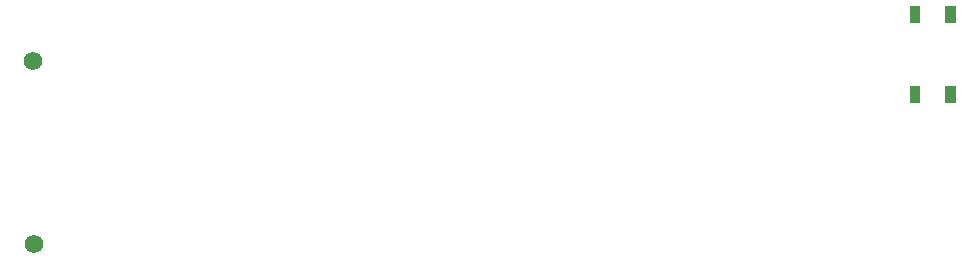
<source format=gbp>
G04 Layer: BottomPasteMaskLayer*
G04 EasyEDA v6.3.22, 2020-01-15T10:35:35+08:00*
G04 b15c4467bd8642d682841cabbe2267cb,0c247ba4ff554f47bef9fd8dabc8c001,10*
G04 Gerber Generator version 0.2*
G04 Scale: 100 percent, Rotated: No, Reflected: No *
G04 Dimensions in millimeters *
G04 leading zeros omitted , absolute positions ,3 integer and 3 decimal *
%FSLAX33Y33*%
%MOMM*%
G90*
G71D02*

%ADD15C,1.574800*%

%LPD*%
G36*
G01X79928Y45006D02*
G01X79928Y46406D01*
G01X79028Y46406D01*
G01X79028Y45006D01*
G01X79928Y45006D01*
G37*
G36*
G01X79928Y51806D02*
G01X79928Y53206D01*
G01X79028Y53206D01*
G01X79028Y51806D01*
G01X79928Y51806D01*
G37*
G36*
G01X76928Y45006D02*
G01X76928Y46406D01*
G01X76028Y46406D01*
G01X76028Y45006D01*
G01X76928Y45006D01*
G37*
G36*
G01X76928Y51806D02*
G01X76928Y53206D01*
G01X76028Y53206D01*
G01X76028Y51806D01*
G01X76928Y51806D01*
G37*
G54D15*
G01X1778Y48598D03*
G01X1905Y33104D03*
M00*
M02*

</source>
